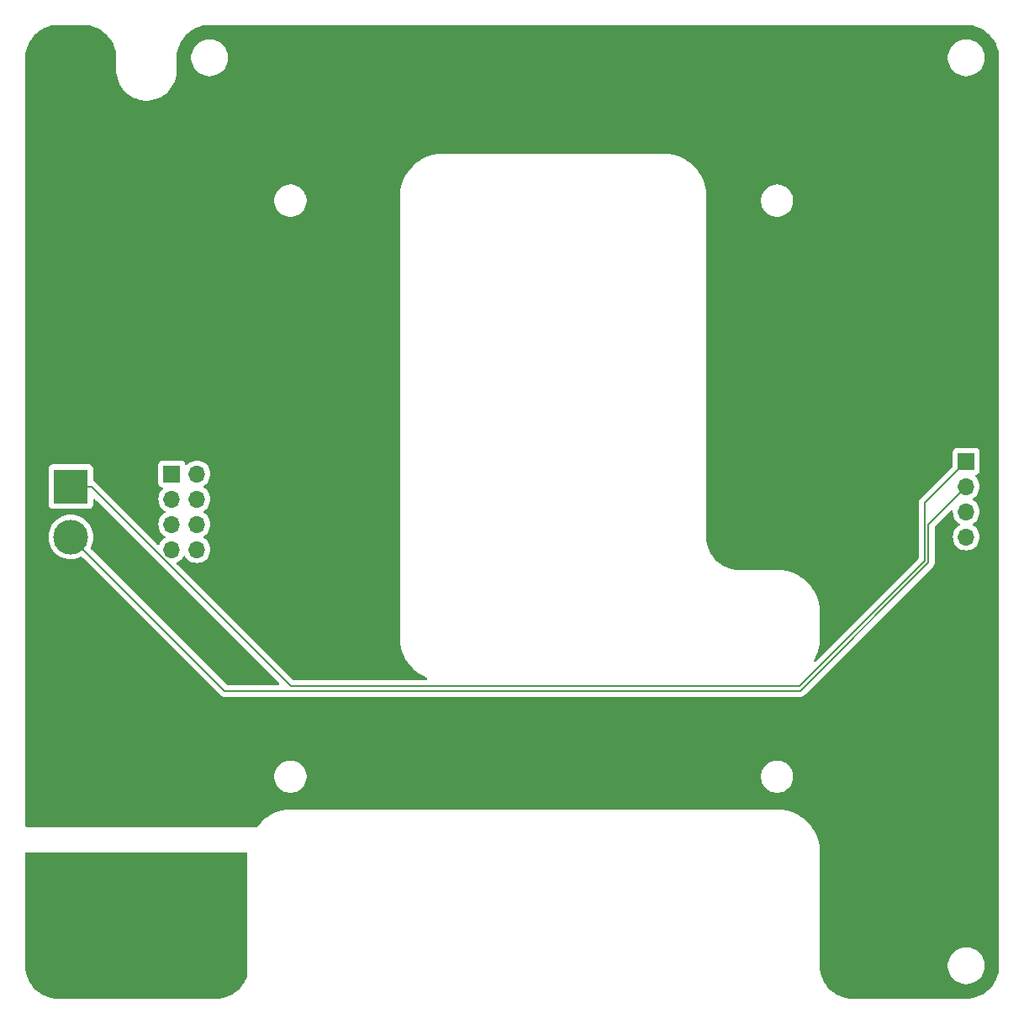
<source format=gbr>
%TF.GenerationSoftware,KiCad,Pcbnew,8.0.4-8.0.4-0~ubuntu22.04.1*%
%TF.CreationDate,2024-08-10T20:12:59+03:00*%
%TF.ProjectId,PM-CPU-RP,504d2d43-5055-42d5-9250-2e6b69636164,rev?*%
%TF.SameCoordinates,Original*%
%TF.FileFunction,Copper,L2,Bot*%
%TF.FilePolarity,Positive*%
%FSLAX46Y46*%
G04 Gerber Fmt 4.6, Leading zero omitted, Abs format (unit mm)*
G04 Created by KiCad (PCBNEW 8.0.4-8.0.4-0~ubuntu22.04.1) date 2024-08-10 20:12:59*
%MOMM*%
%LPD*%
G01*
G04 APERTURE LIST*
%TA.AperFunction,ComponentPad*%
%ADD10O,6.350000X6.350000*%
%TD*%
%TA.AperFunction,ComponentPad*%
%ADD11R,1.700000X1.700000*%
%TD*%
%TA.AperFunction,ComponentPad*%
%ADD12O,1.700000X1.700000*%
%TD*%
%TA.AperFunction,ComponentPad*%
%ADD13R,3.500000X3.500000*%
%TD*%
%TA.AperFunction,ComponentPad*%
%ADD14C,3.500000*%
%TD*%
%TA.AperFunction,ViaPad*%
%ADD15C,0.600000*%
%TD*%
%TA.AperFunction,Conductor*%
%ADD16C,0.200000*%
%TD*%
G04 APERTURE END LIST*
D10*
%TO.P,PE1,1*%
%TO.N,PE*%
X44450000Y-146050000D03*
%TD*%
D11*
%TO.P,J2,1,1*%
%TO.N,unconnected-(J2-Pad1)*%
X40640000Y-96520000D03*
D12*
%TO.P,J2,2,2*%
%TO.N,unconnected-(J2-Pad2)*%
X43180000Y-96520000D03*
%TO.P,J2,3,3*%
%TO.N,unconnected-(J2-Pad3)*%
X40640000Y-99060000D03*
%TO.P,J2,4,4*%
%TO.N,unconnected-(J2-Pad4)*%
X43180000Y-99060000D03*
%TO.P,J2,5,5*%
%TO.N,unconnected-(J2-Pad5)*%
X40640000Y-101600000D03*
%TO.P,J2,6,6*%
%TO.N,unconnected-(J2-Pad6)*%
X43180000Y-101600000D03*
%TO.P,J2,7,7*%
%TO.N,unconnected-(J2-Pad7)*%
X40640000Y-104140000D03*
%TO.P,J2,8,8*%
%TO.N,unconnected-(J2-Pad8)*%
X43180000Y-104140000D03*
%TD*%
D11*
%TO.P,J1,1,Pin_1*%
%TO.N,/SDA*%
X120650000Y-95250000D03*
D12*
%TO.P,J1,2,Pin_2*%
%TO.N,/SCL*%
X120650000Y-97790000D03*
%TO.P,J1,3,Pin_3*%
%TO.N,+5V*%
X120650000Y-100330000D03*
%TO.P,J1,4,Pin_4*%
%TO.N,+3.3V*%
X120650000Y-102870000D03*
%TO.P,J1,5,Pin_5*%
%TO.N,GND*%
X120650000Y-105410000D03*
%TD*%
D13*
%TO.P,J8,1,Pin_1*%
%TO.N,/SDA*%
X30480000Y-97790000D03*
D14*
%TO.P,J8,2,Pin_2*%
%TO.N,/SCL*%
X30480000Y-102870000D03*
%TD*%
D15*
%TO.N,GND*%
X60960000Y-111760000D03*
X60960000Y-114300000D03*
%TD*%
D16*
%TO.N,/SCL*%
X30480000Y-102870000D02*
X45974000Y-118364000D01*
X45974000Y-118364000D02*
X103943686Y-118364000D01*
X103943686Y-118364000D02*
X116857400Y-105450286D01*
X116857400Y-105450286D02*
X116857400Y-101582600D01*
X116857400Y-101582600D02*
X120650000Y-97790000D01*
%TO.N,/SDA*%
X120650000Y-95250000D02*
X116457400Y-99442600D01*
X116457400Y-99442600D02*
X116457400Y-105284600D01*
X116457400Y-105284600D02*
X103886000Y-117856000D01*
X103886000Y-117856000D02*
X52597700Y-117856000D01*
X52597700Y-117856000D02*
X32531700Y-97790000D01*
X32531700Y-97790000D02*
X30480000Y-97790000D01*
%TD*%
%TA.AperFunction,Conductor*%
%TO.N,PE*%
G36*
X48203039Y-134639685D02*
G01*
X48248794Y-134692489D01*
X48260000Y-134744000D01*
X48260000Y-146953816D01*
X48255775Y-146985910D01*
X48234204Y-147066414D01*
X48230193Y-147078758D01*
X48110708Y-147390027D01*
X48105429Y-147401884D01*
X47954059Y-147698964D01*
X47947569Y-147710204D01*
X47765983Y-147989822D01*
X47758354Y-148000323D01*
X47548524Y-148259441D01*
X47539839Y-148269086D01*
X47304086Y-148504839D01*
X47294441Y-148513524D01*
X47035323Y-148723354D01*
X47024822Y-148730983D01*
X46745204Y-148912569D01*
X46733964Y-148919059D01*
X46436884Y-149070429D01*
X46425027Y-149075708D01*
X46113758Y-149195193D01*
X46101413Y-149199204D01*
X45779357Y-149285498D01*
X45766662Y-149288196D01*
X45437358Y-149340352D01*
X45424450Y-149341709D01*
X45088244Y-149359330D01*
X45081754Y-149359500D01*
X29213246Y-149359500D01*
X29206756Y-149359330D01*
X28870549Y-149341709D01*
X28857641Y-149340352D01*
X28528337Y-149288196D01*
X28515642Y-149285498D01*
X28193586Y-149199204D01*
X28181241Y-149195193D01*
X27869972Y-149075708D01*
X27858115Y-149070429D01*
X27561029Y-148919055D01*
X27549802Y-148912573D01*
X27270171Y-148730978D01*
X27259683Y-148723359D01*
X27000558Y-148513524D01*
X26990913Y-148504839D01*
X26755160Y-148269086D01*
X26746475Y-148259441D01*
X26657648Y-148149749D01*
X26536638Y-148000313D01*
X26529023Y-147989832D01*
X26347423Y-147710191D01*
X26340947Y-147698976D01*
X26189565Y-147401873D01*
X26184296Y-147390038D01*
X26064803Y-147078749D01*
X26060798Y-147066422D01*
X25974497Y-146744342D01*
X25971806Y-146731677D01*
X25919647Y-146402358D01*
X25918290Y-146389450D01*
X25900670Y-146053243D01*
X25900500Y-146046753D01*
X25900500Y-134744000D01*
X25920185Y-134676961D01*
X25972989Y-134631206D01*
X26024500Y-134620000D01*
X48136000Y-134620000D01*
X48203039Y-134639685D01*
G37*
%TD.AperFunction*%
%TD*%
%TA.AperFunction,Conductor*%
%TO.N,GND*%
G36*
X31753243Y-51300669D02*
G01*
X32089450Y-51318290D01*
X32102358Y-51319647D01*
X32431677Y-51371806D01*
X32444342Y-51374497D01*
X32766422Y-51460798D01*
X32778749Y-51464803D01*
X33090038Y-51584296D01*
X33101873Y-51589565D01*
X33398976Y-51740947D01*
X33410191Y-51747423D01*
X33689832Y-51929023D01*
X33700313Y-51936638D01*
X33959441Y-52146475D01*
X33969086Y-52155160D01*
X34204839Y-52390913D01*
X34213524Y-52400558D01*
X34423359Y-52659683D01*
X34430978Y-52670171D01*
X34612573Y-52949802D01*
X34619055Y-52961029D01*
X34748834Y-53215733D01*
X34770429Y-53258115D01*
X34775708Y-53269972D01*
X34895193Y-53581241D01*
X34899204Y-53593586D01*
X34985498Y-53915642D01*
X34988196Y-53928337D01*
X35040352Y-54257641D01*
X35041709Y-54270549D01*
X35059330Y-54606756D01*
X35059500Y-54613246D01*
X35059500Y-56039342D01*
X35092812Y-56356295D01*
X35092813Y-56356296D01*
X35159070Y-56668014D01*
X35159071Y-56668015D01*
X35159072Y-56668019D01*
X35257553Y-56971113D01*
X35324540Y-57121569D01*
X35387178Y-57262257D01*
X35387181Y-57262262D01*
X35546520Y-57538246D01*
X35546520Y-57538247D01*
X35733851Y-57796083D01*
X35829267Y-57902052D01*
X35947091Y-58032909D01*
X36059670Y-58134275D01*
X36183916Y-58246148D01*
X36183922Y-58246152D01*
X36183925Y-58246155D01*
X36345766Y-58363740D01*
X36441753Y-58433479D01*
X36621443Y-58537223D01*
X36717747Y-58592824D01*
X37008887Y-58722447D01*
X37311981Y-58820928D01*
X37311984Y-58820928D01*
X37311985Y-58820929D01*
X37354934Y-58830058D01*
X37623708Y-58887188D01*
X37940654Y-58920500D01*
X37940658Y-58920500D01*
X38259342Y-58920500D01*
X38259346Y-58920500D01*
X38576292Y-58887188D01*
X38888019Y-58820928D01*
X39191113Y-58722447D01*
X39482253Y-58592824D01*
X39758246Y-58433479D01*
X39758247Y-58433479D01*
X39806502Y-58398418D01*
X40016075Y-58246155D01*
X40252909Y-58032909D01*
X40466155Y-57796075D01*
X40653478Y-57538248D01*
X40812824Y-57262253D01*
X40942447Y-56971113D01*
X41040928Y-56668019D01*
X41107188Y-56356292D01*
X41140500Y-56039346D01*
X41140500Y-55880000D01*
X41140500Y-55814108D01*
X41140500Y-54613246D01*
X41140670Y-54606756D01*
X41143953Y-54544108D01*
X41146856Y-54488711D01*
X42599500Y-54488711D01*
X42599500Y-54731288D01*
X42631161Y-54971785D01*
X42693947Y-55206104D01*
X42786773Y-55430205D01*
X42786776Y-55430212D01*
X42908064Y-55640289D01*
X42908066Y-55640292D01*
X42908067Y-55640293D01*
X43055733Y-55832736D01*
X43055739Y-55832743D01*
X43227256Y-56004260D01*
X43227263Y-56004266D01*
X43340321Y-56091018D01*
X43419711Y-56151936D01*
X43629788Y-56273224D01*
X43853900Y-56366054D01*
X44088211Y-56428838D01*
X44268586Y-56452584D01*
X44328711Y-56460500D01*
X44328712Y-56460500D01*
X44571289Y-56460500D01*
X44619388Y-56454167D01*
X44811789Y-56428838D01*
X45046100Y-56366054D01*
X45270212Y-56273224D01*
X45480289Y-56151936D01*
X45672738Y-56004265D01*
X45844265Y-55832738D01*
X45991936Y-55640289D01*
X46113224Y-55430212D01*
X46206054Y-55206100D01*
X46268838Y-54971789D01*
X46300500Y-54731288D01*
X46300500Y-54488712D01*
X46300500Y-54488711D01*
X118799500Y-54488711D01*
X118799500Y-54731288D01*
X118831161Y-54971785D01*
X118893947Y-55206104D01*
X118986773Y-55430205D01*
X118986776Y-55430212D01*
X119108064Y-55640289D01*
X119108066Y-55640292D01*
X119108067Y-55640293D01*
X119255733Y-55832736D01*
X119255739Y-55832743D01*
X119427256Y-56004260D01*
X119427263Y-56004266D01*
X119540321Y-56091018D01*
X119619711Y-56151936D01*
X119829788Y-56273224D01*
X120053900Y-56366054D01*
X120288211Y-56428838D01*
X120468586Y-56452584D01*
X120528711Y-56460500D01*
X120528712Y-56460500D01*
X120771289Y-56460500D01*
X120819388Y-56454167D01*
X121011789Y-56428838D01*
X121246100Y-56366054D01*
X121470212Y-56273224D01*
X121680289Y-56151936D01*
X121872738Y-56004265D01*
X122044265Y-55832738D01*
X122191936Y-55640289D01*
X122313224Y-55430212D01*
X122406054Y-55206100D01*
X122468838Y-54971789D01*
X122500500Y-54731288D01*
X122500500Y-54488712D01*
X122468838Y-54248211D01*
X122406054Y-54013900D01*
X122313224Y-53789788D01*
X122191936Y-53579711D01*
X122044265Y-53387262D01*
X122044260Y-53387256D01*
X121872743Y-53215739D01*
X121872736Y-53215733D01*
X121680293Y-53068067D01*
X121680292Y-53068066D01*
X121680289Y-53068064D01*
X121494909Y-52961035D01*
X121470214Y-52946777D01*
X121470205Y-52946773D01*
X121246104Y-52853947D01*
X121011785Y-52791161D01*
X120771289Y-52759500D01*
X120771288Y-52759500D01*
X120528712Y-52759500D01*
X120528711Y-52759500D01*
X120288214Y-52791161D01*
X120053895Y-52853947D01*
X119829794Y-52946773D01*
X119829785Y-52946777D01*
X119619706Y-53068067D01*
X119427263Y-53215733D01*
X119427256Y-53215739D01*
X119255739Y-53387256D01*
X119255733Y-53387263D01*
X119108067Y-53579706D01*
X118986777Y-53789785D01*
X118986773Y-53789794D01*
X118893947Y-54013895D01*
X118831161Y-54248214D01*
X118799500Y-54488711D01*
X46300500Y-54488711D01*
X46268838Y-54248211D01*
X46206054Y-54013900D01*
X46113224Y-53789788D01*
X45991936Y-53579711D01*
X45844265Y-53387262D01*
X45844260Y-53387256D01*
X45672743Y-53215739D01*
X45672736Y-53215733D01*
X45480293Y-53068067D01*
X45480292Y-53068066D01*
X45480289Y-53068064D01*
X45294909Y-52961035D01*
X45270214Y-52946777D01*
X45270205Y-52946773D01*
X45046104Y-52853947D01*
X44811785Y-52791161D01*
X44571289Y-52759500D01*
X44571288Y-52759500D01*
X44328712Y-52759500D01*
X44328711Y-52759500D01*
X44088214Y-52791161D01*
X43853895Y-52853947D01*
X43629794Y-52946773D01*
X43629785Y-52946777D01*
X43419706Y-53068067D01*
X43227263Y-53215733D01*
X43227256Y-53215739D01*
X43055739Y-53387256D01*
X43055733Y-53387263D01*
X42908067Y-53579706D01*
X42786777Y-53789785D01*
X42786773Y-53789794D01*
X42693947Y-54013895D01*
X42631161Y-54248214D01*
X42599500Y-54488711D01*
X41146856Y-54488711D01*
X41158290Y-54270547D01*
X41159647Y-54257641D01*
X41161141Y-54248211D01*
X41211806Y-53928318D01*
X41214496Y-53915661D01*
X41300799Y-53593571D01*
X41304801Y-53581256D01*
X41424298Y-53269954D01*
X41429561Y-53258133D01*
X41580951Y-52961014D01*
X41587417Y-52949816D01*
X41769029Y-52670158D01*
X41776631Y-52659695D01*
X41986483Y-52400548D01*
X41995150Y-52390923D01*
X42230923Y-52155150D01*
X42240548Y-52146483D01*
X42499695Y-51936631D01*
X42510158Y-51929029D01*
X42789816Y-51747417D01*
X42801014Y-51740951D01*
X43098133Y-51589561D01*
X43109954Y-51584298D01*
X43421256Y-51464801D01*
X43433571Y-51460799D01*
X43755661Y-51374496D01*
X43768318Y-51371806D01*
X44097643Y-51319646D01*
X44110547Y-51318290D01*
X44446756Y-51300669D01*
X44453246Y-51300500D01*
X44515892Y-51300500D01*
X120584108Y-51300500D01*
X120646754Y-51300500D01*
X120653243Y-51300669D01*
X120989450Y-51318290D01*
X121002358Y-51319647D01*
X121331677Y-51371806D01*
X121344342Y-51374497D01*
X121666422Y-51460798D01*
X121678749Y-51464803D01*
X121990038Y-51584296D01*
X122001873Y-51589565D01*
X122298976Y-51740947D01*
X122310191Y-51747423D01*
X122589832Y-51929023D01*
X122600313Y-51936638D01*
X122859441Y-52146475D01*
X122869086Y-52155160D01*
X123104839Y-52390913D01*
X123113524Y-52400558D01*
X123323359Y-52659683D01*
X123330978Y-52670171D01*
X123512573Y-52949802D01*
X123519055Y-52961029D01*
X123648834Y-53215733D01*
X123670429Y-53258115D01*
X123675708Y-53269972D01*
X123795193Y-53581241D01*
X123799204Y-53593586D01*
X123885498Y-53915642D01*
X123888196Y-53928337D01*
X123940352Y-54257641D01*
X123941709Y-54270549D01*
X123959330Y-54606756D01*
X123959500Y-54613246D01*
X123959500Y-146046753D01*
X123959330Y-146053243D01*
X123941709Y-146389450D01*
X123940352Y-146402358D01*
X123888196Y-146731662D01*
X123885498Y-146744357D01*
X123799204Y-147066413D01*
X123795193Y-147078758D01*
X123675708Y-147390027D01*
X123670429Y-147401884D01*
X123519059Y-147698964D01*
X123512569Y-147710204D01*
X123330983Y-147989822D01*
X123323354Y-148000323D01*
X123113524Y-148259441D01*
X123104839Y-148269086D01*
X122869086Y-148504839D01*
X122859441Y-148513524D01*
X122600323Y-148723354D01*
X122589822Y-148730983D01*
X122310204Y-148912569D01*
X122298964Y-148919059D01*
X122001884Y-149070429D01*
X121990027Y-149075708D01*
X121678758Y-149195193D01*
X121666413Y-149199204D01*
X121344357Y-149285498D01*
X121331662Y-149288196D01*
X121002358Y-149340352D01*
X120989450Y-149341709D01*
X120653244Y-149359330D01*
X120646754Y-149359500D01*
X109223246Y-149359500D01*
X109216756Y-149359330D01*
X108880549Y-149341709D01*
X108867641Y-149340352D01*
X108538337Y-149288196D01*
X108525642Y-149285498D01*
X108203586Y-149199204D01*
X108191241Y-149195193D01*
X107879972Y-149075708D01*
X107868115Y-149070429D01*
X107571029Y-148919055D01*
X107559802Y-148912573D01*
X107280171Y-148730978D01*
X107269683Y-148723359D01*
X107010558Y-148513524D01*
X107000913Y-148504839D01*
X106765160Y-148269086D01*
X106756475Y-148259441D01*
X106667648Y-148149749D01*
X106546638Y-148000313D01*
X106539023Y-147989832D01*
X106357423Y-147710191D01*
X106350947Y-147698976D01*
X106199565Y-147401873D01*
X106194296Y-147390038D01*
X106074803Y-147078749D01*
X106070798Y-147066422D01*
X105984497Y-146744342D01*
X105981806Y-146731677D01*
X105929647Y-146402358D01*
X105928290Y-146389450D01*
X105910670Y-146053243D01*
X105910500Y-146046753D01*
X105910500Y-145928711D01*
X118799500Y-145928711D01*
X118799500Y-146171288D01*
X118831161Y-146411785D01*
X118893947Y-146646104D01*
X118934645Y-146744357D01*
X118986776Y-146870212D01*
X119108064Y-147080289D01*
X119108066Y-147080292D01*
X119108067Y-147080293D01*
X119255733Y-147272736D01*
X119255739Y-147272743D01*
X119427256Y-147444260D01*
X119427262Y-147444265D01*
X119619711Y-147591936D01*
X119829788Y-147713224D01*
X120053900Y-147806054D01*
X120288211Y-147868838D01*
X120468586Y-147892584D01*
X120528711Y-147900500D01*
X120528712Y-147900500D01*
X120771289Y-147900500D01*
X120819388Y-147894167D01*
X121011789Y-147868838D01*
X121246100Y-147806054D01*
X121470212Y-147713224D01*
X121680289Y-147591936D01*
X121872738Y-147444265D01*
X122044265Y-147272738D01*
X122191936Y-147080289D01*
X122313224Y-146870212D01*
X122406054Y-146646100D01*
X122468838Y-146411789D01*
X122500500Y-146171288D01*
X122500500Y-145928712D01*
X122468838Y-145688211D01*
X122406054Y-145453900D01*
X122313224Y-145229788D01*
X122191936Y-145019711D01*
X122044265Y-144827262D01*
X122044260Y-144827256D01*
X121872743Y-144655739D01*
X121872736Y-144655733D01*
X121680293Y-144508067D01*
X121680292Y-144508066D01*
X121680289Y-144508064D01*
X121470212Y-144386776D01*
X121470205Y-144386773D01*
X121246104Y-144293947D01*
X121011785Y-144231161D01*
X120771289Y-144199500D01*
X120771288Y-144199500D01*
X120528712Y-144199500D01*
X120528711Y-144199500D01*
X120288214Y-144231161D01*
X120053895Y-144293947D01*
X119829794Y-144386773D01*
X119829785Y-144386777D01*
X119619706Y-144508067D01*
X119427263Y-144655733D01*
X119427256Y-144655739D01*
X119255739Y-144827256D01*
X119255733Y-144827263D01*
X119108067Y-145019706D01*
X118986777Y-145229785D01*
X118986773Y-145229794D01*
X118893947Y-145453895D01*
X118831161Y-145688214D01*
X118799500Y-145928711D01*
X105910500Y-145928711D01*
X105910500Y-134420716D01*
X105873725Y-134023849D01*
X105873725Y-134023848D01*
X105856540Y-133931916D01*
X105800486Y-133632055D01*
X105691412Y-133248697D01*
X105547431Y-132877039D01*
X105369771Y-132520251D01*
X105159950Y-132181378D01*
X104919756Y-131863310D01*
X104651239Y-131568761D01*
X104356690Y-131300244D01*
X104356687Y-131300242D01*
X104356684Y-131300239D01*
X104038623Y-131060051D01*
X104038622Y-131060050D01*
X103699749Y-130850229D01*
X103342961Y-130672569D01*
X102971303Y-130528588D01*
X102971301Y-130528587D01*
X102971300Y-130528587D01*
X102587952Y-130419516D01*
X102587952Y-130419515D01*
X102196150Y-130346274D01*
X101875685Y-130316579D01*
X101799286Y-130309500D01*
X101665892Y-130309500D01*
X52770892Y-130309500D01*
X52705000Y-130309500D01*
X52505714Y-130309500D01*
X52433921Y-130316152D01*
X52108849Y-130346274D01*
X52108848Y-130346274D01*
X51717047Y-130419515D01*
X51717047Y-130419516D01*
X51333699Y-130528587D01*
X50962038Y-130672569D01*
X50605251Y-130850229D01*
X50266376Y-131060051D01*
X49948315Y-131300239D01*
X49948307Y-131300246D01*
X49653761Y-131568761D01*
X49385246Y-131863307D01*
X49385239Y-131863316D01*
X49258816Y-132030727D01*
X49202707Y-132072363D01*
X49159862Y-132080000D01*
X26024500Y-132080000D01*
X25957461Y-132060315D01*
X25911706Y-132007511D01*
X25900500Y-131956000D01*
X25900500Y-126872070D01*
X50974500Y-126872070D01*
X50974500Y-127127929D01*
X51014526Y-127380640D01*
X51093588Y-127623972D01*
X51093589Y-127623975D01*
X51209750Y-127851950D01*
X51360132Y-128058935D01*
X51360136Y-128058940D01*
X51541059Y-128239863D01*
X51541064Y-128239867D01*
X51721607Y-128371038D01*
X51748053Y-128390252D01*
X51897080Y-128466185D01*
X51976024Y-128506410D01*
X51976027Y-128506411D01*
X52097693Y-128545942D01*
X52219361Y-128585474D01*
X52472070Y-128625500D01*
X52472071Y-128625500D01*
X52727929Y-128625500D01*
X52727930Y-128625500D01*
X52980639Y-128585474D01*
X53223975Y-128506410D01*
X53451947Y-128390252D01*
X53658942Y-128239862D01*
X53839862Y-128058942D01*
X53990252Y-127851947D01*
X54106410Y-127623975D01*
X54185474Y-127380639D01*
X54225500Y-127127930D01*
X54225500Y-126872070D01*
X99974500Y-126872070D01*
X99974500Y-127127929D01*
X100014526Y-127380640D01*
X100093588Y-127623972D01*
X100093589Y-127623975D01*
X100209750Y-127851950D01*
X100360132Y-128058935D01*
X100360136Y-128058940D01*
X100541059Y-128239863D01*
X100541064Y-128239867D01*
X100721607Y-128371038D01*
X100748053Y-128390252D01*
X100897080Y-128466185D01*
X100976024Y-128506410D01*
X100976027Y-128506411D01*
X101097693Y-128545942D01*
X101219361Y-128585474D01*
X101472070Y-128625500D01*
X101472071Y-128625500D01*
X101727929Y-128625500D01*
X101727930Y-128625500D01*
X101980639Y-128585474D01*
X102223975Y-128506410D01*
X102451947Y-128390252D01*
X102658942Y-128239862D01*
X102839862Y-128058942D01*
X102990252Y-127851947D01*
X103106410Y-127623975D01*
X103185474Y-127380639D01*
X103225500Y-127127930D01*
X103225500Y-126872070D01*
X103185474Y-126619361D01*
X103106410Y-126376025D01*
X103106410Y-126376024D01*
X103066185Y-126297080D01*
X102990252Y-126148053D01*
X102971038Y-126121607D01*
X102839867Y-125941064D01*
X102839863Y-125941059D01*
X102658940Y-125760136D01*
X102658935Y-125760132D01*
X102451950Y-125609750D01*
X102451949Y-125609749D01*
X102451947Y-125609748D01*
X102378910Y-125572533D01*
X102223975Y-125493589D01*
X102223972Y-125493588D01*
X101980640Y-125414526D01*
X101854284Y-125394513D01*
X101727930Y-125374500D01*
X101472070Y-125374500D01*
X101387833Y-125387842D01*
X101219359Y-125414526D01*
X100976027Y-125493588D01*
X100976024Y-125493589D01*
X100748049Y-125609750D01*
X100541064Y-125760132D01*
X100541059Y-125760136D01*
X100360136Y-125941059D01*
X100360132Y-125941064D01*
X100209750Y-126148049D01*
X100093589Y-126376024D01*
X100093588Y-126376027D01*
X100014526Y-126619359D01*
X99974500Y-126872070D01*
X54225500Y-126872070D01*
X54185474Y-126619361D01*
X54106410Y-126376025D01*
X54106410Y-126376024D01*
X54066185Y-126297080D01*
X53990252Y-126148053D01*
X53971038Y-126121607D01*
X53839867Y-125941064D01*
X53839863Y-125941059D01*
X53658940Y-125760136D01*
X53658935Y-125760132D01*
X53451950Y-125609750D01*
X53451949Y-125609749D01*
X53451947Y-125609748D01*
X53378910Y-125572533D01*
X53223975Y-125493589D01*
X53223972Y-125493588D01*
X52980640Y-125414526D01*
X52854284Y-125394513D01*
X52727930Y-125374500D01*
X52472070Y-125374500D01*
X52387833Y-125387842D01*
X52219359Y-125414526D01*
X51976027Y-125493588D01*
X51976024Y-125493589D01*
X51748049Y-125609750D01*
X51541064Y-125760132D01*
X51541059Y-125760136D01*
X51360136Y-125941059D01*
X51360132Y-125941064D01*
X51209750Y-126148049D01*
X51093589Y-126376024D01*
X51093588Y-126376027D01*
X51014526Y-126619359D01*
X50974500Y-126872070D01*
X25900500Y-126872070D01*
X25900500Y-102869992D01*
X28224671Y-102869992D01*
X28224671Y-102870007D01*
X28243964Y-103164363D01*
X28243965Y-103164373D01*
X28243966Y-103164380D01*
X28277636Y-103333655D01*
X28301518Y-103453716D01*
X28301521Y-103453730D01*
X28396349Y-103733080D01*
X28526825Y-103997660D01*
X28526829Y-103997667D01*
X28690725Y-104242955D01*
X28885241Y-104464758D01*
X29107044Y-104659274D01*
X29327452Y-104806546D01*
X29352335Y-104823172D01*
X29616923Y-104953652D01*
X29896278Y-105048481D01*
X30185620Y-105106034D01*
X30213888Y-105107886D01*
X30479993Y-105125329D01*
X30480000Y-105125329D01*
X30480007Y-105125329D01*
X30715675Y-105109881D01*
X30774380Y-105106034D01*
X31063722Y-105048481D01*
X31343077Y-104953652D01*
X31512082Y-104870307D01*
X31580910Y-104858311D01*
X31645301Y-104885432D01*
X31654604Y-104893839D01*
X45489139Y-118728374D01*
X45489149Y-118728385D01*
X45493479Y-118732715D01*
X45493480Y-118732716D01*
X45605284Y-118844520D01*
X45692095Y-118894639D01*
X45692097Y-118894641D01*
X45730151Y-118916611D01*
X45742215Y-118923577D01*
X45894943Y-118964501D01*
X45894946Y-118964501D01*
X46060653Y-118964501D01*
X46060669Y-118964500D01*
X103857017Y-118964500D01*
X103857033Y-118964501D01*
X103864629Y-118964501D01*
X104022740Y-118964501D01*
X104022743Y-118964501D01*
X104175471Y-118923577D01*
X104225590Y-118894639D01*
X104312402Y-118844520D01*
X104424206Y-118732716D01*
X104424206Y-118732714D01*
X104434414Y-118722507D01*
X104434416Y-118722504D01*
X117215906Y-105941014D01*
X117215911Y-105941010D01*
X117226114Y-105930806D01*
X117226116Y-105930806D01*
X117337920Y-105819002D01*
X117416977Y-105682070D01*
X117446934Y-105570267D01*
X117457900Y-105529344D01*
X117457900Y-105371229D01*
X117457900Y-101882696D01*
X117477585Y-101815657D01*
X117494214Y-101795020D01*
X119085568Y-100203665D01*
X119146891Y-100170181D01*
X119216583Y-100175165D01*
X119272516Y-100217037D01*
X119296933Y-100282501D01*
X119296777Y-100302154D01*
X119294341Y-100329997D01*
X119294341Y-100330000D01*
X119314936Y-100565403D01*
X119314938Y-100565413D01*
X119376094Y-100793655D01*
X119376096Y-100793659D01*
X119376097Y-100793663D01*
X119441283Y-100933454D01*
X119475965Y-101007830D01*
X119475967Y-101007834D01*
X119611501Y-101201395D01*
X119611506Y-101201402D01*
X119778597Y-101368493D01*
X119778603Y-101368498D01*
X119964158Y-101498425D01*
X120007783Y-101553002D01*
X120014977Y-101622500D01*
X119983454Y-101684855D01*
X119964158Y-101701575D01*
X119778597Y-101831505D01*
X119611505Y-101998597D01*
X119475965Y-102192169D01*
X119475964Y-102192171D01*
X119376098Y-102406335D01*
X119376094Y-102406344D01*
X119314938Y-102634586D01*
X119314936Y-102634596D01*
X119294341Y-102869999D01*
X119294341Y-102870000D01*
X119314936Y-103105403D01*
X119314938Y-103105413D01*
X119376094Y-103333655D01*
X119376096Y-103333659D01*
X119376097Y-103333663D01*
X119437881Y-103466159D01*
X119475965Y-103547830D01*
X119475967Y-103547834D01*
X119584281Y-103702521D01*
X119611505Y-103741401D01*
X119778599Y-103908495D01*
X119875384Y-103976265D01*
X119972165Y-104044032D01*
X119972167Y-104044033D01*
X119972170Y-104044035D01*
X120186337Y-104143903D01*
X120414592Y-104205063D01*
X120602918Y-104221539D01*
X120649999Y-104225659D01*
X120650000Y-104225659D01*
X120650001Y-104225659D01*
X120693147Y-104221884D01*
X120885408Y-104205063D01*
X121113663Y-104143903D01*
X121327830Y-104044035D01*
X121521401Y-103908495D01*
X121688495Y-103741401D01*
X121824035Y-103547830D01*
X121923903Y-103333663D01*
X121985063Y-103105408D01*
X122005659Y-102870000D01*
X122003690Y-102847500D01*
X121996772Y-102768425D01*
X121985063Y-102634592D01*
X121923903Y-102406337D01*
X121824035Y-102192171D01*
X121739914Y-102072032D01*
X121688494Y-101998597D01*
X121521402Y-101831506D01*
X121521396Y-101831501D01*
X121335842Y-101701575D01*
X121292217Y-101646998D01*
X121285023Y-101577500D01*
X121316546Y-101515145D01*
X121335842Y-101498425D01*
X121358026Y-101482891D01*
X121521401Y-101368495D01*
X121688495Y-101201401D01*
X121824035Y-101007830D01*
X121923903Y-100793663D01*
X121985063Y-100565408D01*
X122005659Y-100330000D01*
X122003690Y-100307500D01*
X121991676Y-100170181D01*
X121985063Y-100094592D01*
X121923903Y-99866337D01*
X121824035Y-99652171D01*
X121820753Y-99647483D01*
X121688494Y-99458597D01*
X121521402Y-99291506D01*
X121521396Y-99291501D01*
X121335842Y-99161575D01*
X121292217Y-99106998D01*
X121285023Y-99037500D01*
X121316546Y-98975145D01*
X121335842Y-98958425D01*
X121358026Y-98942891D01*
X121521401Y-98828495D01*
X121688495Y-98661401D01*
X121824035Y-98467830D01*
X121923903Y-98253663D01*
X121985063Y-98025408D01*
X122005659Y-97790000D01*
X122003690Y-97767500D01*
X121990115Y-97612335D01*
X121985063Y-97554592D01*
X121923903Y-97326337D01*
X121824035Y-97112171D01*
X121688495Y-96918599D01*
X121566567Y-96796671D01*
X121533084Y-96735351D01*
X121538068Y-96665659D01*
X121579939Y-96609725D01*
X121610915Y-96592810D01*
X121742331Y-96543796D01*
X121857546Y-96457546D01*
X121943796Y-96342331D01*
X121994091Y-96207483D01*
X122000500Y-96147873D01*
X122000499Y-94352128D01*
X121994091Y-94292517D01*
X121943796Y-94157669D01*
X121943795Y-94157668D01*
X121943793Y-94157664D01*
X121857547Y-94042455D01*
X121857544Y-94042452D01*
X121742335Y-93956206D01*
X121742328Y-93956202D01*
X121607482Y-93905908D01*
X121607483Y-93905908D01*
X121547883Y-93899501D01*
X121547881Y-93899500D01*
X121547873Y-93899500D01*
X121547864Y-93899500D01*
X119752129Y-93899500D01*
X119752123Y-93899501D01*
X119692516Y-93905908D01*
X119557671Y-93956202D01*
X119557664Y-93956206D01*
X119442455Y-94042452D01*
X119442452Y-94042455D01*
X119356206Y-94157664D01*
X119356202Y-94157671D01*
X119305908Y-94292517D01*
X119299501Y-94352116D01*
X119299501Y-94352123D01*
X119299500Y-94352135D01*
X119299500Y-95699901D01*
X119279815Y-95766940D01*
X119263181Y-95787582D01*
X116088686Y-98962078D01*
X115976881Y-99073882D01*
X115976877Y-99073887D01*
X115957762Y-99106998D01*
X115957619Y-99107246D01*
X115897823Y-99210815D01*
X115856899Y-99363543D01*
X115856899Y-99363545D01*
X115856899Y-99531646D01*
X115856900Y-99531659D01*
X115856900Y-104984503D01*
X115837215Y-105051542D01*
X115820581Y-105072184D01*
X105486173Y-115406591D01*
X105424850Y-115440076D01*
X105355158Y-115435092D01*
X105299225Y-115393220D01*
X105274808Y-115327756D01*
X105289660Y-115259483D01*
X105293049Y-115253658D01*
X105369771Y-115129749D01*
X105547431Y-114772961D01*
X105691412Y-114401303D01*
X105800486Y-114017945D01*
X105873724Y-113626159D01*
X105910500Y-113229286D01*
X105910500Y-113030000D01*
X105910500Y-112964108D01*
X105910500Y-110424108D01*
X105910500Y-110290714D01*
X105873724Y-109893841D01*
X105800486Y-109502055D01*
X105691412Y-109118697D01*
X105547431Y-108747039D01*
X105369771Y-108390251D01*
X105159950Y-108051378D01*
X104919756Y-107733310D01*
X104651239Y-107438761D01*
X104356690Y-107170244D01*
X104356687Y-107170242D01*
X104356684Y-107170239D01*
X104038623Y-106930051D01*
X104038622Y-106930050D01*
X103699749Y-106720229D01*
X103342961Y-106542569D01*
X102971303Y-106398588D01*
X102971301Y-106398587D01*
X102971300Y-106398587D01*
X102587952Y-106289516D01*
X102587952Y-106289515D01*
X102196150Y-106216274D01*
X101875685Y-106186579D01*
X101799286Y-106179500D01*
X101799283Y-106179500D01*
X97793246Y-106179500D01*
X97786756Y-106179330D01*
X97450549Y-106161709D01*
X97437641Y-106160352D01*
X97108337Y-106108196D01*
X97095642Y-106105498D01*
X96773586Y-106019204D01*
X96761241Y-106015193D01*
X96449972Y-105895708D01*
X96438115Y-105890429D01*
X96297932Y-105819002D01*
X96141029Y-105739055D01*
X96129802Y-105732573D01*
X95850171Y-105550978D01*
X95839683Y-105543359D01*
X95580558Y-105333524D01*
X95570913Y-105324839D01*
X95335160Y-105089086D01*
X95326475Y-105079441D01*
X95271373Y-105011396D01*
X95116638Y-104820313D01*
X95109023Y-104809832D01*
X94927423Y-104530191D01*
X94920947Y-104518976D01*
X94769565Y-104221873D01*
X94764296Y-104210038D01*
X94644803Y-103898749D01*
X94640798Y-103886422D01*
X94554497Y-103564342D01*
X94551806Y-103551677D01*
X94499647Y-103222358D01*
X94498290Y-103209450D01*
X94495928Y-103164390D01*
X94480670Y-102873243D01*
X94480500Y-102866753D01*
X94480500Y-68872070D01*
X99974500Y-68872070D01*
X99974500Y-69127929D01*
X100014526Y-69380640D01*
X100093588Y-69623972D01*
X100093589Y-69623975D01*
X100209750Y-69851950D01*
X100360132Y-70058935D01*
X100360136Y-70058940D01*
X100541059Y-70239863D01*
X100541064Y-70239867D01*
X100721607Y-70371038D01*
X100748053Y-70390252D01*
X100897080Y-70466185D01*
X100976024Y-70506410D01*
X100976027Y-70506411D01*
X101097693Y-70545942D01*
X101219361Y-70585474D01*
X101472070Y-70625500D01*
X101472071Y-70625500D01*
X101727929Y-70625500D01*
X101727930Y-70625500D01*
X101980639Y-70585474D01*
X102223975Y-70506410D01*
X102451947Y-70390252D01*
X102658942Y-70239862D01*
X102839862Y-70058942D01*
X102990252Y-69851947D01*
X103106410Y-69623975D01*
X103185474Y-69380639D01*
X103225500Y-69127930D01*
X103225500Y-68872070D01*
X103185474Y-68619361D01*
X103145942Y-68497693D01*
X103106411Y-68376027D01*
X103106410Y-68376024D01*
X103034076Y-68234063D01*
X102990252Y-68148053D01*
X102971038Y-68121607D01*
X102839867Y-67941064D01*
X102839863Y-67941059D01*
X102658940Y-67760136D01*
X102658935Y-67760132D01*
X102451950Y-67609750D01*
X102451949Y-67609749D01*
X102451947Y-67609748D01*
X102349028Y-67557308D01*
X102223975Y-67493589D01*
X102223972Y-67493588D01*
X101980640Y-67414526D01*
X101854284Y-67394513D01*
X101727930Y-67374500D01*
X101472070Y-67374500D01*
X101387833Y-67387842D01*
X101219359Y-67414526D01*
X100976027Y-67493588D01*
X100976024Y-67493589D01*
X100748049Y-67609750D01*
X100541064Y-67760132D01*
X100541059Y-67760136D01*
X100360136Y-67941059D01*
X100360132Y-67941064D01*
X100209750Y-68148049D01*
X100093589Y-68376024D01*
X100093588Y-68376027D01*
X100014526Y-68619359D01*
X99974500Y-68872070D01*
X94480500Y-68872070D01*
X94480500Y-68380716D01*
X94443725Y-67983849D01*
X94443725Y-67983848D01*
X94443724Y-67983841D01*
X94370486Y-67592055D01*
X94342470Y-67493590D01*
X94319975Y-67414526D01*
X94261412Y-67208697D01*
X94117431Y-66837039D01*
X93939771Y-66480251D01*
X93729950Y-66141378D01*
X93489756Y-65823310D01*
X93221239Y-65528761D01*
X92926690Y-65260244D01*
X92926687Y-65260242D01*
X92926684Y-65260239D01*
X92608623Y-65020051D01*
X92608622Y-65020050D01*
X92269749Y-64810229D01*
X91912961Y-64632569D01*
X91541303Y-64488588D01*
X91541301Y-64488587D01*
X91541300Y-64488587D01*
X91157952Y-64379516D01*
X91157952Y-64379515D01*
X90766150Y-64306274D01*
X90445685Y-64276579D01*
X90369286Y-64269500D01*
X90235892Y-64269500D01*
X68010892Y-64269500D01*
X67945000Y-64269500D01*
X67745714Y-64269500D01*
X67673921Y-64276152D01*
X67348849Y-64306274D01*
X67348848Y-64306274D01*
X66957047Y-64379515D01*
X66957047Y-64379516D01*
X66573699Y-64488587D01*
X66202038Y-64632569D01*
X65845251Y-64810229D01*
X65506376Y-65020051D01*
X65188315Y-65260239D01*
X65188307Y-65260246D01*
X64893761Y-65528761D01*
X64625246Y-65823307D01*
X64625239Y-65823315D01*
X64385051Y-66141376D01*
X64175229Y-66480251D01*
X63997569Y-66837038D01*
X63853587Y-67208699D01*
X63744516Y-67592047D01*
X63744515Y-67592047D01*
X63671274Y-67983848D01*
X63671274Y-67983849D01*
X63634500Y-68380716D01*
X63634500Y-113229283D01*
X63671274Y-113626150D01*
X63671274Y-113626151D01*
X63744515Y-114017952D01*
X63846416Y-114376095D01*
X63853588Y-114401303D01*
X63997569Y-114772961D01*
X64175229Y-115129749D01*
X64367375Y-115440076D01*
X64385051Y-115468623D01*
X64565398Y-115707442D01*
X64625244Y-115786690D01*
X64893761Y-116081239D01*
X65188310Y-116349756D01*
X65506378Y-116589950D01*
X65845251Y-116799771D01*
X66202039Y-116977431D01*
X66301270Y-117015873D01*
X66356671Y-117058446D01*
X66380262Y-117124213D01*
X66364551Y-117192293D01*
X66314527Y-117241072D01*
X66256476Y-117255500D01*
X52897797Y-117255500D01*
X52830758Y-117235815D01*
X52810116Y-117219181D01*
X41161487Y-105570552D01*
X41128002Y-105509229D01*
X41132986Y-105439537D01*
X41174858Y-105383604D01*
X41196758Y-105370491D01*
X41317830Y-105314035D01*
X41511401Y-105178495D01*
X41678495Y-105011401D01*
X41808425Y-104825842D01*
X41863002Y-104782217D01*
X41932500Y-104775023D01*
X41994855Y-104806546D01*
X42011575Y-104825842D01*
X42141500Y-105011395D01*
X42141505Y-105011401D01*
X42308599Y-105178495D01*
X42405384Y-105246265D01*
X42502165Y-105314032D01*
X42502167Y-105314033D01*
X42502170Y-105314035D01*
X42716337Y-105413903D01*
X42944592Y-105475063D01*
X43132918Y-105491539D01*
X43179999Y-105495659D01*
X43180000Y-105495659D01*
X43180001Y-105495659D01*
X43219234Y-105492226D01*
X43415408Y-105475063D01*
X43643663Y-105413903D01*
X43857830Y-105314035D01*
X44051401Y-105178495D01*
X44218495Y-105011401D01*
X44354035Y-104817830D01*
X44453903Y-104603663D01*
X44515063Y-104375408D01*
X44535659Y-104140000D01*
X44515063Y-103904592D01*
X44453903Y-103676337D01*
X44354035Y-103462171D01*
X44348425Y-103454158D01*
X44218494Y-103268597D01*
X44051402Y-103101506D01*
X44051396Y-103101501D01*
X43865842Y-102971575D01*
X43822217Y-102916998D01*
X43815023Y-102847500D01*
X43846546Y-102785145D01*
X43865842Y-102768425D01*
X43888026Y-102752891D01*
X44051401Y-102638495D01*
X44218495Y-102471401D01*
X44354035Y-102277830D01*
X44453903Y-102063663D01*
X44515063Y-101835408D01*
X44535659Y-101600000D01*
X44533690Y-101577500D01*
X44526651Y-101497041D01*
X44515063Y-101364592D01*
X44453903Y-101136337D01*
X44354035Y-100922171D01*
X44348425Y-100914158D01*
X44218494Y-100728597D01*
X44051402Y-100561506D01*
X44051396Y-100561501D01*
X43865842Y-100431575D01*
X43822217Y-100376998D01*
X43815023Y-100307500D01*
X43846546Y-100245145D01*
X43865842Y-100228425D01*
X43949023Y-100170181D01*
X44051401Y-100098495D01*
X44218495Y-99931401D01*
X44354035Y-99737830D01*
X44453903Y-99523663D01*
X44515063Y-99295408D01*
X44535659Y-99060000D01*
X44533690Y-99037500D01*
X44516239Y-98838034D01*
X44515063Y-98824592D01*
X44453903Y-98596337D01*
X44354035Y-98382171D01*
X44348425Y-98374158D01*
X44218494Y-98188597D01*
X44051402Y-98021506D01*
X44051396Y-98021501D01*
X43865842Y-97891575D01*
X43822217Y-97836998D01*
X43815023Y-97767500D01*
X43846546Y-97705145D01*
X43865842Y-97688425D01*
X43949024Y-97630180D01*
X44051401Y-97558495D01*
X44218495Y-97391401D01*
X44354035Y-97197830D01*
X44453903Y-96983663D01*
X44515063Y-96755408D01*
X44535659Y-96520000D01*
X44515063Y-96284592D01*
X44453903Y-96056337D01*
X44354035Y-95842171D01*
X44322875Y-95797669D01*
X44218494Y-95648597D01*
X44051402Y-95481506D01*
X44051395Y-95481501D01*
X43857834Y-95345967D01*
X43857830Y-95345965D01*
X43857828Y-95345964D01*
X43643663Y-95246097D01*
X43643659Y-95246096D01*
X43643655Y-95246094D01*
X43415413Y-95184938D01*
X43415403Y-95184936D01*
X43180001Y-95164341D01*
X43179999Y-95164341D01*
X42944596Y-95184936D01*
X42944586Y-95184938D01*
X42716344Y-95246094D01*
X42716335Y-95246098D01*
X42502171Y-95345964D01*
X42502169Y-95345965D01*
X42308600Y-95481503D01*
X42186673Y-95603430D01*
X42125350Y-95636914D01*
X42055658Y-95631930D01*
X41999725Y-95590058D01*
X41982810Y-95559081D01*
X41933797Y-95427671D01*
X41933793Y-95427664D01*
X41847547Y-95312455D01*
X41847544Y-95312452D01*
X41732335Y-95226206D01*
X41732328Y-95226202D01*
X41597482Y-95175908D01*
X41597483Y-95175908D01*
X41537883Y-95169501D01*
X41537881Y-95169500D01*
X41537873Y-95169500D01*
X41537864Y-95169500D01*
X39742129Y-95169500D01*
X39742123Y-95169501D01*
X39682516Y-95175908D01*
X39547671Y-95226202D01*
X39547664Y-95226206D01*
X39432455Y-95312452D01*
X39432452Y-95312455D01*
X39346206Y-95427664D01*
X39346202Y-95427671D01*
X39295908Y-95562517D01*
X39289501Y-95622116D01*
X39289500Y-95622135D01*
X39289500Y-97417870D01*
X39289501Y-97417876D01*
X39295908Y-97477483D01*
X39346202Y-97612328D01*
X39346206Y-97612335D01*
X39432452Y-97727544D01*
X39432455Y-97727547D01*
X39547664Y-97813793D01*
X39547671Y-97813797D01*
X39679081Y-97862810D01*
X39735015Y-97904681D01*
X39759432Y-97970145D01*
X39744580Y-98038418D01*
X39723430Y-98066673D01*
X39601503Y-98188600D01*
X39465965Y-98382169D01*
X39465964Y-98382171D01*
X39366098Y-98596335D01*
X39366094Y-98596344D01*
X39304938Y-98824586D01*
X39304936Y-98824596D01*
X39284341Y-99059999D01*
X39284341Y-99060000D01*
X39304936Y-99295403D01*
X39304938Y-99295413D01*
X39366094Y-99523655D01*
X39366096Y-99523659D01*
X39366097Y-99523663D01*
X39427348Y-99655015D01*
X39465965Y-99737830D01*
X39465967Y-99737834D01*
X39574281Y-99892521D01*
X39601501Y-99931396D01*
X39601506Y-99931402D01*
X39768597Y-100098493D01*
X39768603Y-100098498D01*
X39954158Y-100228425D01*
X39997783Y-100283002D01*
X40004977Y-100352500D01*
X39973454Y-100414855D01*
X39954158Y-100431575D01*
X39768597Y-100561505D01*
X39601505Y-100728597D01*
X39465965Y-100922169D01*
X39465964Y-100922171D01*
X39366098Y-101136335D01*
X39366094Y-101136344D01*
X39304938Y-101364586D01*
X39304936Y-101364596D01*
X39284341Y-101599999D01*
X39284341Y-101600000D01*
X39304936Y-101835403D01*
X39304938Y-101835413D01*
X39366094Y-102063655D01*
X39366096Y-102063659D01*
X39366097Y-102063663D01*
X39446004Y-102235023D01*
X39465965Y-102277830D01*
X39465967Y-102277834D01*
X39574281Y-102432521D01*
X39601501Y-102471396D01*
X39601506Y-102471402D01*
X39768597Y-102638493D01*
X39768603Y-102638498D01*
X39954158Y-102768425D01*
X39997783Y-102823002D01*
X40004977Y-102892500D01*
X39973454Y-102954855D01*
X39954158Y-102971575D01*
X39768597Y-103101505D01*
X39601505Y-103268597D01*
X39465966Y-103462168D01*
X39409510Y-103583237D01*
X39363337Y-103635676D01*
X39296143Y-103654827D01*
X39229262Y-103634611D01*
X39209447Y-103618512D01*
X33019290Y-97428355D01*
X33019288Y-97428352D01*
X32900417Y-97309481D01*
X32900416Y-97309480D01*
X32813604Y-97259360D01*
X32813604Y-97259358D01*
X32813599Y-97259357D01*
X32802047Y-97252687D01*
X32792495Y-97247172D01*
X32744281Y-97196602D01*
X32730499Y-97139787D01*
X32730499Y-95992129D01*
X32730498Y-95992123D01*
X32730497Y-95992116D01*
X32724091Y-95932517D01*
X32702764Y-95875337D01*
X32673797Y-95797671D01*
X32673793Y-95797664D01*
X32587547Y-95682455D01*
X32587544Y-95682452D01*
X32472335Y-95596206D01*
X32472328Y-95596202D01*
X32337482Y-95545908D01*
X32337483Y-95545908D01*
X32277883Y-95539501D01*
X32277881Y-95539500D01*
X32277873Y-95539500D01*
X32277864Y-95539500D01*
X28682129Y-95539500D01*
X28682123Y-95539501D01*
X28622516Y-95545908D01*
X28487671Y-95596202D01*
X28487664Y-95596206D01*
X28372455Y-95682452D01*
X28372452Y-95682455D01*
X28286206Y-95797664D01*
X28286202Y-95797671D01*
X28235908Y-95932517D01*
X28229501Y-95992116D01*
X28229501Y-95992123D01*
X28229500Y-95992135D01*
X28229500Y-99587870D01*
X28229501Y-99587876D01*
X28235908Y-99647483D01*
X28286202Y-99782328D01*
X28286206Y-99782335D01*
X28372452Y-99897544D01*
X28372455Y-99897547D01*
X28487664Y-99983793D01*
X28487671Y-99983797D01*
X28622517Y-100034091D01*
X28622516Y-100034091D01*
X28629444Y-100034835D01*
X28682127Y-100040500D01*
X32277872Y-100040499D01*
X32337483Y-100034091D01*
X32472331Y-99983796D01*
X32587546Y-99897546D01*
X32673796Y-99782331D01*
X32724091Y-99647483D01*
X32730500Y-99587873D01*
X32730499Y-99137394D01*
X32750183Y-99070357D01*
X32802987Y-99024602D01*
X32872146Y-99014658D01*
X32935702Y-99043683D01*
X32942180Y-99049715D01*
X51444284Y-117551819D01*
X51477769Y-117613142D01*
X51472785Y-117682834D01*
X51430913Y-117738767D01*
X51365449Y-117763184D01*
X51356603Y-117763500D01*
X46274097Y-117763500D01*
X46207058Y-117743815D01*
X46186416Y-117727181D01*
X32503839Y-104044604D01*
X32470354Y-103983281D01*
X32475338Y-103913589D01*
X32480297Y-103902101D01*
X32563652Y-103733077D01*
X32658481Y-103453722D01*
X32716034Y-103164380D01*
X32722267Y-103069286D01*
X32735329Y-102870007D01*
X32735329Y-102869992D01*
X32716035Y-102575636D01*
X32716034Y-102575620D01*
X32658481Y-102286278D01*
X32563652Y-102006923D01*
X32433172Y-101742336D01*
X32405936Y-101701575D01*
X32281368Y-101515145D01*
X32269273Y-101497043D01*
X32156539Y-101368495D01*
X32074758Y-101275241D01*
X31852955Y-101080725D01*
X31607667Y-100916829D01*
X31607660Y-100916825D01*
X31343080Y-100786349D01*
X31063730Y-100691521D01*
X31063724Y-100691519D01*
X31063722Y-100691519D01*
X30774380Y-100633966D01*
X30774373Y-100633965D01*
X30774363Y-100633964D01*
X30480007Y-100614671D01*
X30479993Y-100614671D01*
X30185636Y-100633964D01*
X30185624Y-100633965D01*
X30185620Y-100633966D01*
X30185612Y-100633967D01*
X30185609Y-100633968D01*
X29896283Y-100691518D01*
X29896269Y-100691521D01*
X29616919Y-100786349D01*
X29352334Y-100916828D01*
X29107041Y-101080728D01*
X28885241Y-101275241D01*
X28690728Y-101497041D01*
X28526828Y-101742334D01*
X28396349Y-102006919D01*
X28301521Y-102286269D01*
X28301518Y-102286283D01*
X28243968Y-102575609D01*
X28243964Y-102575636D01*
X28224671Y-102869992D01*
X25900500Y-102869992D01*
X25900500Y-68872070D01*
X50974500Y-68872070D01*
X50974500Y-69127929D01*
X51014526Y-69380640D01*
X51093588Y-69623972D01*
X51093589Y-69623975D01*
X51209750Y-69851950D01*
X51360132Y-70058935D01*
X51360136Y-70058940D01*
X51541059Y-70239863D01*
X51541064Y-70239867D01*
X51721607Y-70371038D01*
X51748053Y-70390252D01*
X51897080Y-70466185D01*
X51976024Y-70506410D01*
X51976027Y-70506411D01*
X52097693Y-70545942D01*
X52219361Y-70585474D01*
X52472070Y-70625500D01*
X52472071Y-70625500D01*
X52727929Y-70625500D01*
X52727930Y-70625500D01*
X52980639Y-70585474D01*
X53223975Y-70506410D01*
X53451947Y-70390252D01*
X53658942Y-70239862D01*
X53839862Y-70058942D01*
X53990252Y-69851947D01*
X54106410Y-69623975D01*
X54185474Y-69380639D01*
X54225500Y-69127930D01*
X54225500Y-68872070D01*
X54185474Y-68619361D01*
X54145942Y-68497693D01*
X54106411Y-68376027D01*
X54106410Y-68376024D01*
X54034076Y-68234063D01*
X53990252Y-68148053D01*
X53971038Y-68121607D01*
X53839867Y-67941064D01*
X53839863Y-67941059D01*
X53658940Y-67760136D01*
X53658935Y-67760132D01*
X53451950Y-67609750D01*
X53451949Y-67609749D01*
X53451947Y-67609748D01*
X53349028Y-67557308D01*
X53223975Y-67493589D01*
X53223972Y-67493588D01*
X52980640Y-67414526D01*
X52854284Y-67394513D01*
X52727930Y-67374500D01*
X52472070Y-67374500D01*
X52387833Y-67387842D01*
X52219359Y-67414526D01*
X51976027Y-67493588D01*
X51976024Y-67493589D01*
X51748049Y-67609750D01*
X51541064Y-67760132D01*
X51541059Y-67760136D01*
X51360136Y-67941059D01*
X51360132Y-67941064D01*
X51209750Y-68148049D01*
X51093589Y-68376024D01*
X51093588Y-68376027D01*
X51014526Y-68619359D01*
X50974500Y-68872070D01*
X25900500Y-68872070D01*
X25900500Y-54613246D01*
X25900670Y-54606756D01*
X25903953Y-54544108D01*
X25918290Y-54270547D01*
X25919647Y-54257641D01*
X25921141Y-54248211D01*
X25971806Y-53928318D01*
X25974496Y-53915661D01*
X26060799Y-53593571D01*
X26064801Y-53581256D01*
X26184298Y-53269954D01*
X26189561Y-53258133D01*
X26340951Y-52961014D01*
X26347417Y-52949816D01*
X26529029Y-52670158D01*
X26536631Y-52659695D01*
X26746483Y-52400548D01*
X26755150Y-52390923D01*
X26990923Y-52155150D01*
X27000548Y-52146483D01*
X27259695Y-51936631D01*
X27270158Y-51929029D01*
X27549816Y-51747417D01*
X27561014Y-51740951D01*
X27858133Y-51589561D01*
X27869954Y-51584298D01*
X28181256Y-51464801D01*
X28193571Y-51460799D01*
X28515661Y-51374496D01*
X28528318Y-51371806D01*
X28857643Y-51319646D01*
X28870547Y-51318290D01*
X29206756Y-51300669D01*
X29213246Y-51300500D01*
X29275892Y-51300500D01*
X31684108Y-51300500D01*
X31746754Y-51300500D01*
X31753243Y-51300669D01*
G37*
%TD.AperFunction*%
%TD*%
M02*

</source>
